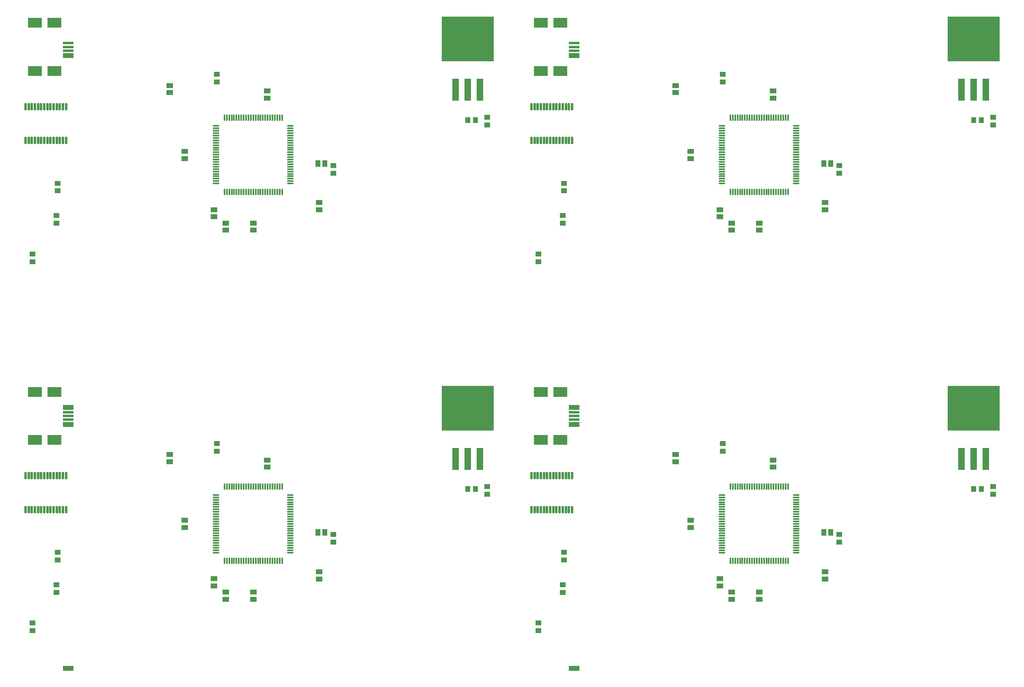
<source format=gtp>
%FSTAX24Y24*%
%MOMM*%
%SFA1B1*%

%IPPOS*%
%ADD10R,1.299997X0.999998*%
%ADD11O,0.299999X1.499997*%
%ADD12O,1.499997X0.299999*%
%ADD13R,1.349997X4.599991*%
%ADD14R,10.799978X9.399981*%
%ADD15R,1.399997X1.099998*%
%ADD16R,1.099998X1.399997*%
%ADD17R,0.999998X1.299997*%
%ADD18O,0.499999X1.599997*%
%ADD19R,2.249995X0.999998*%
%ADD20R,2.249995X0.499999*%
%ADD21R,2.899994X1.999996*%
%LNpcbpannel-1*%
%LPD*%
G54D10*
X488999Y598999D03*
Y614999D03*
X731999Y424999D03*
Y408999D03*
X1052499Y509499D03*
Y525499D03*
X154999Y320499D03*
Y304499D03*
X104999Y240499D03*
Y224499D03*
X157499Y371999D03*
Y387999D03*
X488999Y1368999D03*
Y1384999D03*
X731999Y1194999D03*
Y1178999D03*
X1052499Y1279499D03*
Y1295499D03*
X154999Y1090499D03*
Y1074499D03*
X104999Y1010499D03*
Y994499D03*
X157499Y1141999D03*
Y1157999D03*
X1543999Y1368999D03*
Y1384999D03*
X1786999Y1194999D03*
Y1178999D03*
X2107499Y1279499D03*
Y1295499D03*
X1209999Y1090499D03*
Y1074499D03*
X1159999Y1010499D03*
Y994499D03*
X1212499Y1141999D03*
Y1157999D03*
X1543999Y598999D03*
Y614999D03*
X1786999Y424999D03*
Y408999D03*
X2107499Y509499D03*
Y525499D03*
X1209999Y320499D03*
Y304499D03*
X1159999Y240499D03*
Y224499D03*
X1212499Y371999D03*
Y387999D03*
G54D11*
X504999Y524999D03*
X509999D03*
X514999D03*
X519999D03*
X524999D03*
X529999D03*
X534999D03*
X539999D03*
X544999D03*
X549999D03*
X554999D03*
X559999D03*
X564999D03*
X569999D03*
X574999D03*
X579999D03*
X584999D03*
X589999D03*
X594999D03*
X599999D03*
X604999D03*
X609999D03*
X614999D03*
X619999D03*
X624999D03*
Y369999D03*
X619999D03*
X614999D03*
X609999D03*
X604999D03*
X599999D03*
X594999D03*
X589999D03*
X584999D03*
X579999D03*
X574999D03*
X569999D03*
X564999D03*
X559999D03*
X554999D03*
X549999D03*
X544999D03*
X539999D03*
X534999D03*
X529999D03*
X524999D03*
X519999D03*
X514999D03*
X509999D03*
X504999D03*
Y1294999D03*
X509999D03*
X514999D03*
X519999D03*
X524999D03*
X529999D03*
X534999D03*
X539999D03*
X544999D03*
X549999D03*
X554999D03*
X559999D03*
X564999D03*
X569999D03*
X574999D03*
X579999D03*
X584999D03*
X589999D03*
X594999D03*
X599999D03*
X604999D03*
X609999D03*
X614999D03*
X619999D03*
X624999D03*
Y1139999D03*
X619999D03*
X614999D03*
X609999D03*
X604999D03*
X599999D03*
X594999D03*
X589999D03*
X584999D03*
X579999D03*
X574999D03*
X569999D03*
X564999D03*
X559999D03*
X554999D03*
X549999D03*
X544999D03*
X539999D03*
X534999D03*
X529999D03*
X524999D03*
X519999D03*
X514999D03*
X509999D03*
X504999D03*
X1559999Y1294999D03*
X1564999D03*
X1569999D03*
X1574999D03*
X1579999D03*
X1584999D03*
X1589999D03*
X1594999D03*
X1599999D03*
X1604999D03*
X1609999D03*
X1614999D03*
X1619999D03*
X1624999D03*
X1629999D03*
X1634999D03*
X1639999D03*
X1644999D03*
X1649999D03*
X1654999D03*
X1659999D03*
X1664999D03*
X1669999D03*
X1674999D03*
X1679999D03*
Y1139999D03*
X1674999D03*
X1669999D03*
X1664999D03*
X1659999D03*
X1654999D03*
X1649999D03*
X1644999D03*
X1639999D03*
X1634999D03*
X1629999D03*
X1624999D03*
X1619999D03*
X1614999D03*
X1609999D03*
X1604999D03*
X1599999D03*
X1594999D03*
X1589999D03*
X1584999D03*
X1579999D03*
X1574999D03*
X1569999D03*
X1564999D03*
X1559999D03*
Y524999D03*
X1564999D03*
X1569999D03*
X1574999D03*
X1579999D03*
X1584999D03*
X1589999D03*
X1594999D03*
X1599999D03*
X1604999D03*
X1609999D03*
X1614999D03*
X1619999D03*
X1624999D03*
X1629999D03*
X1634999D03*
X1639999D03*
X1644999D03*
X1649999D03*
X1654999D03*
X1659999D03*
X1664999D03*
X1669999D03*
X1674999D03*
X1679999D03*
Y369999D03*
X1674999D03*
X1669999D03*
X1664999D03*
X1659999D03*
X1654999D03*
X1649999D03*
X1644999D03*
X1639999D03*
X1634999D03*
X1629999D03*
X1624999D03*
X1619999D03*
X1614999D03*
X1609999D03*
X1604999D03*
X1599999D03*
X1594999D03*
X1589999D03*
X1584999D03*
X1579999D03*
X1574999D03*
X1569999D03*
X1564999D03*
X1559999D03*
G54D12*
X642499Y507499D03*
Y502499D03*
Y497499D03*
Y492499D03*
Y487499D03*
Y482499D03*
Y477499D03*
Y472499D03*
Y467499D03*
Y462499D03*
Y457499D03*
Y452499D03*
Y447499D03*
Y442499D03*
Y437499D03*
Y432499D03*
Y427499D03*
Y422499D03*
Y417499D03*
Y412499D03*
Y407499D03*
Y402499D03*
Y397499D03*
Y392499D03*
Y387499D03*
X487499D03*
Y392499D03*
Y397499D03*
Y402499D03*
Y407499D03*
Y412499D03*
Y417499D03*
Y422499D03*
Y427499D03*
Y432499D03*
Y437499D03*
Y442499D03*
Y447499D03*
Y452499D03*
Y457499D03*
Y462499D03*
Y467499D03*
Y472499D03*
Y477499D03*
Y482499D03*
Y487499D03*
Y492499D03*
Y497499D03*
Y502499D03*
Y507499D03*
X642499Y1277499D03*
Y1272499D03*
Y1267499D03*
Y1262499D03*
Y1257499D03*
Y1252499D03*
Y1247499D03*
Y1242499D03*
Y1237499D03*
Y1232499D03*
Y1227499D03*
Y1222499D03*
Y1217499D03*
Y1212499D03*
Y1207499D03*
Y1202499D03*
Y1197499D03*
Y1192499D03*
Y1187499D03*
Y1182499D03*
Y1177499D03*
Y1172499D03*
Y1167499D03*
Y1162499D03*
Y1157499D03*
X487499D03*
Y1162499D03*
Y1167499D03*
Y1172499D03*
Y1177499D03*
Y1182499D03*
Y1187499D03*
Y1192499D03*
Y1197499D03*
Y1202499D03*
Y1207499D03*
Y1212499D03*
Y1217499D03*
Y1222499D03*
Y1227499D03*
Y1232499D03*
Y1237499D03*
Y1242499D03*
Y1247499D03*
Y1252499D03*
Y1257499D03*
Y1262499D03*
Y1267499D03*
Y1272499D03*
Y1277499D03*
X1697499D03*
Y1272499D03*
Y1267499D03*
Y1262499D03*
Y1257499D03*
Y1252499D03*
Y1247499D03*
Y1242499D03*
Y1237499D03*
Y1232499D03*
Y1227499D03*
Y1222499D03*
Y1217499D03*
Y1212499D03*
Y1207499D03*
Y1202499D03*
Y1197499D03*
Y1192499D03*
Y1187499D03*
Y1182499D03*
Y1177499D03*
Y1172499D03*
Y1167499D03*
Y1162499D03*
Y1157499D03*
X1542499D03*
Y1162499D03*
Y1167499D03*
Y1172499D03*
Y1177499D03*
Y1182499D03*
Y1187499D03*
Y1192499D03*
Y1197499D03*
Y1202499D03*
Y1207499D03*
Y1212499D03*
Y1217499D03*
Y1222499D03*
Y1227499D03*
Y1232499D03*
Y1237499D03*
Y1242499D03*
Y1247499D03*
Y1252499D03*
Y1257499D03*
Y1262499D03*
Y1267499D03*
Y1272499D03*
Y1277499D03*
X1697499Y507499D03*
Y502499D03*
Y497499D03*
Y492499D03*
Y487499D03*
Y482499D03*
Y477499D03*
Y472499D03*
Y467499D03*
Y462499D03*
Y457499D03*
Y452499D03*
Y447499D03*
Y442499D03*
Y437499D03*
Y432499D03*
Y427499D03*
Y422499D03*
Y417499D03*
Y412499D03*
Y407499D03*
Y402499D03*
Y397499D03*
Y392499D03*
Y387499D03*
X1542499D03*
Y392499D03*
Y397499D03*
Y402499D03*
Y407499D03*
Y412499D03*
Y417499D03*
Y422499D03*
Y427499D03*
Y432499D03*
Y437499D03*
Y442499D03*
Y447499D03*
Y452499D03*
Y457499D03*
Y462499D03*
Y467499D03*
Y472499D03*
Y477499D03*
Y482499D03*
Y487499D03*
Y492499D03*
Y497499D03*
Y502499D03*
Y507499D03*
G54D13*
X1037999Y582999D03*
X1012599D03*
X987199D03*
X1037999Y1352999D03*
X1012599D03*
X987199D03*
X2092999D03*
X2067599D03*
X2042199D03*
X2092999Y582999D03*
X2067599D03*
X2042199D03*
G54D14*
X1012599Y688999D03*
Y1458999D03*
X2067599D03*
Y688999D03*
G54D15*
X390499Y576999D03*
Y591999D03*
X482999Y317999D03*
Y332999D03*
X421999Y439499D03*
Y454499D03*
X593999Y565499D03*
Y580499D03*
X565399Y304999D03*
Y289999D03*
X507499Y304999D03*
Y289999D03*
X701999Y332499D03*
Y347499D03*
X390499Y1346999D03*
Y1361999D03*
X482999Y1087999D03*
Y1102999D03*
X421999Y1209499D03*
Y1224499D03*
X593999Y1335499D03*
Y1350499D03*
X565399Y1074999D03*
Y1059999D03*
X507499Y1074999D03*
Y1059999D03*
X701999Y1102499D03*
Y1117499D03*
X1445499Y1346999D03*
Y1361999D03*
X1537999Y1087999D03*
Y1102999D03*
X1476999Y1209499D03*
Y1224499D03*
X1648999Y1335499D03*
Y1350499D03*
X1620399Y1074999D03*
Y1059999D03*
X1562499Y1074999D03*
Y1059999D03*
X1756999Y1102499D03*
Y1117499D03*
X1445499Y576999D03*
Y591999D03*
X1537999Y317999D03*
Y332999D03*
X1476999Y439499D03*
Y454499D03*
X1648999Y565499D03*
Y580499D03*
X1620399Y304999D03*
Y289999D03*
X1562499Y304999D03*
Y289999D03*
X1756999Y332499D03*
Y347499D03*
G54D16*
X699499Y429499D03*
X714499D03*
X699499Y1199499D03*
X714499D03*
X1754499D03*
X1769499D03*
X1754499Y429499D03*
X1769499D03*
G54D17*
X1027999Y519999D03*
X1011999D03*
X1027999Y1289999D03*
X1011999D03*
X2082999D03*
X2066999D03*
X2082999Y519999D03*
X2066999D03*
G54D18*
X174749Y547749D03*
X168249D03*
X161749D03*
X155249D03*
X148749D03*
X142249D03*
X135749D03*
X129249D03*
X122749D03*
X116249D03*
X109749D03*
X103249D03*
X096749D03*
X090249D03*
X174749Y477249D03*
X168249D03*
X161749D03*
X155249D03*
X148749D03*
X142249D03*
X135749D03*
X129249D03*
X122749D03*
X116249D03*
X109749D03*
X103249D03*
X096749D03*
X090249D03*
X174749Y1317749D03*
X168249D03*
X161749D03*
X155249D03*
X148749D03*
X142249D03*
X135749D03*
X129249D03*
X122749D03*
X116249D03*
X109749D03*
X103249D03*
X096749D03*
X090249D03*
X174749Y1247249D03*
X168249D03*
X161749D03*
X155249D03*
X148749D03*
X142249D03*
X135749D03*
X129249D03*
X122749D03*
X116249D03*
X109749D03*
X103249D03*
X096749D03*
X090249D03*
X1229749Y1317749D03*
X1223249D03*
X1216749D03*
X1210249D03*
X1203749D03*
X1197249D03*
X1190749D03*
X1184249D03*
X1177749D03*
X1171249D03*
X1164749D03*
X1158249D03*
X1151749D03*
X1145249D03*
X1229749Y1247249D03*
X1223249D03*
X1216749D03*
X1210249D03*
X1203749D03*
X1197249D03*
X1190749D03*
X1184249D03*
X1177749D03*
X1171249D03*
X1164749D03*
X1158249D03*
X1151749D03*
X1145249D03*
X1229749Y547749D03*
X1223249D03*
X1216749D03*
X1210249D03*
X1203749D03*
X1197249D03*
X1190749D03*
X1184249D03*
X1177749D03*
X1171249D03*
X1164749D03*
X1158249D03*
X1151749D03*
X1145249D03*
X1229749Y477249D03*
X1223249D03*
X1216749D03*
X1210249D03*
X1203749D03*
X1197249D03*
X1190749D03*
X1184249D03*
X1177749D03*
X1171249D03*
X1164749D03*
X1158249D03*
X1151749D03*
X1145249D03*
G54D19*
X178999Y690499D03*
Y654499D03*
Y14605D03*
Y1424499D03*
X1233999Y14605D03*
Y1424499D03*
Y690499D03*
Y654499D03*
G54D20*
X178999Y680499D03*
Y672499D03*
Y664499D03*
Y1450499D03*
Y1442499D03*
Y1434499D03*
X1233999Y1450499D03*
Y1442499D03*
Y1434499D03*
Y680499D03*
Y672499D03*
Y664499D03*
G54D21*
X149999Y722499D03*
X109999D03*
Y622499D03*
X149999D03*
Y1492499D03*
X109999D03*
Y1392499D03*
X149999D03*
X1204999Y1492499D03*
X1164999D03*
Y1392499D03*
X1204999D03*
Y722499D03*
X1164999D03*
Y622499D03*
X1204999D03*
M02*
</source>
